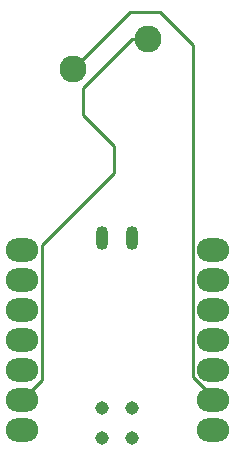
<source format=gbr>
%TF.GenerationSoftware,KiCad,Pcbnew,(5.1.6-0-10_14)*%
%TF.CreationDate,2021-03-26T09:45:15+01:00*%
%TF.ProjectId,KBPY,4b425059-2e6b-4696-9361-645f70636258,rev?*%
%TF.SameCoordinates,Original*%
%TF.FileFunction,Copper,L1,Top*%
%TF.FilePolarity,Positive*%
%FSLAX46Y46*%
G04 Gerber Fmt 4.6, Leading zero omitted, Abs format (unit mm)*
G04 Created by KiCad (PCBNEW (5.1.6-0-10_14)) date 2021-03-26 09:45:15*
%MOMM*%
%LPD*%
G01*
G04 APERTURE LIST*
%TA.AperFunction,ComponentPad*%
%ADD10C,2.286000*%
%TD*%
%TA.AperFunction,SMDPad,CuDef*%
%ADD11C,1.143000*%
%TD*%
%TA.AperFunction,SMDPad,CuDef*%
%ADD12O,1.016000X2.032000*%
%TD*%
%TA.AperFunction,SMDPad,CuDef*%
%ADD13O,2.748280X1.998980*%
%TD*%
%TA.AperFunction,Conductor*%
%ADD14C,0.250000*%
%TD*%
G04 APERTURE END LIST*
D10*
%TO.P,SW1,2*%
%TO.N,Net-(SW1-Pad2)*%
X121070000Y-91270000D03*
%TO.P,SW1,1*%
%TO.N,Net-(SW1-Pad1)*%
X127420000Y-88730000D03*
%TD*%
D11*
%TO.P,U1,20*%
%TO.N,Net-(U1-Pad20)*%
X123511197Y-119984187D03*
%TO.P,U1,19*%
%TO.N,Net-(U1-Pad19)*%
X126051197Y-119984187D03*
%TO.P,U1,18*%
%TO.N,Net-(U1-Pad18)*%
X123511197Y-122524187D03*
%TO.P,U1,17*%
%TO.N,Net-(U1-Pad17)*%
X126051197Y-122524187D03*
D12*
%TO.P,U1,16*%
%TO.N,Net-(U1-Pad16)*%
X123500000Y-105520000D03*
%TO.P,U1,15*%
%TO.N,Net-(U1-Pad15)*%
X126050000Y-105520000D03*
D13*
%TO.P,U1,1*%
%TO.N,Net-(U1-Pad1)*%
X132916880Y-121837820D03*
%TO.P,U1,2*%
%TO.N,Net-(SW1-Pad2)*%
X132916880Y-119297820D03*
%TO.P,U1,3*%
%TO.N,Net-(U1-Pad3)*%
X132916880Y-116757820D03*
%TO.P,U1,4*%
%TO.N,Net-(U1-Pad4)*%
X132916880Y-114217820D03*
%TO.P,U1,5*%
%TO.N,Net-(U1-Pad5)*%
X132916880Y-111677820D03*
%TO.P,U1,6*%
%TO.N,Net-(U1-Pad6)*%
X132916880Y-109137820D03*
%TO.P,U1,7*%
%TO.N,Net-(U1-Pad7)*%
X132916880Y-106597820D03*
%TO.P,U1,8*%
%TO.N,Net-(U1-Pad8)*%
X116752320Y-106597820D03*
%TO.P,U1,9*%
%TO.N,Net-(U1-Pad9)*%
X116752320Y-109137820D03*
%TO.P,U1,10*%
%TO.N,Net-(U1-Pad10)*%
X116752320Y-111677820D03*
%TO.P,U1,11*%
%TO.N,Net-(U1-Pad11)*%
X116752320Y-114217820D03*
%TO.P,U1,12*%
%TO.N,Net-(U1-Pad12)*%
X116752320Y-116757820D03*
%TO.P,U1,13*%
%TO.N,Net-(SW1-Pad1)*%
X116752320Y-119297820D03*
%TO.P,U1,14*%
%TO.N,Net-(U1-Pad14)*%
X116752320Y-121837820D03*
%TD*%
D14*
%TO.N,Net-(SW1-Pad2)*%
X131217730Y-117306445D02*
X131217730Y-89187730D01*
X132916880Y-119005595D02*
X131217730Y-117306445D01*
X132916880Y-119297820D02*
X132916880Y-119005595D01*
X131217730Y-89187730D02*
X128440000Y-86410000D01*
X128440000Y-86410000D02*
X125950000Y-86410000D01*
X125950000Y-86410000D02*
X121080000Y-91280000D01*
%TO.N,Net-(SW1-Pad1)*%
X121970000Y-92890000D02*
X126110000Y-88750000D01*
X121970000Y-95180000D02*
X121970000Y-92890000D01*
X124530000Y-100040000D02*
X124530000Y-97740000D01*
X118451470Y-106118530D02*
X124530000Y-100040000D01*
X124530000Y-97740000D02*
X121970000Y-95180000D01*
X118451470Y-117598670D02*
X118451470Y-106118530D01*
X126110000Y-88750000D02*
X127390000Y-88750000D01*
X116752320Y-119297820D02*
X118451470Y-117598670D01*
%TD*%
M02*

</source>
